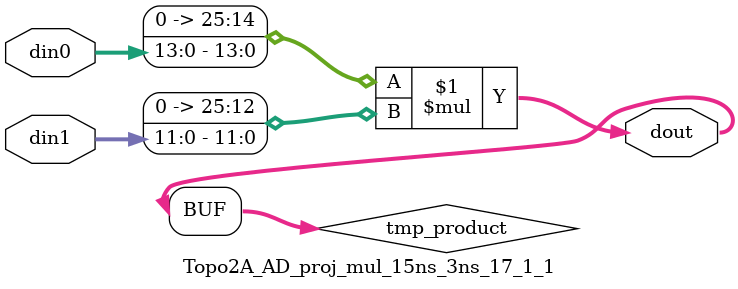
<source format=v>

`timescale 1 ns / 1 ps

 (* use_dsp = "no" *)  module Topo2A_AD_proj_mul_15ns_3ns_17_1_1(din0, din1, dout);
parameter ID = 1;
parameter NUM_STAGE = 0;
parameter din0_WIDTH = 14;
parameter din1_WIDTH = 12;
parameter dout_WIDTH = 26;

input [din0_WIDTH - 1 : 0] din0; 
input [din1_WIDTH - 1 : 0] din1; 
output [dout_WIDTH - 1 : 0] dout;

wire signed [dout_WIDTH - 1 : 0] tmp_product;
























assign tmp_product = $signed({1'b0, din0}) * $signed({1'b0, din1});











assign dout = tmp_product;





















endmodule

</source>
